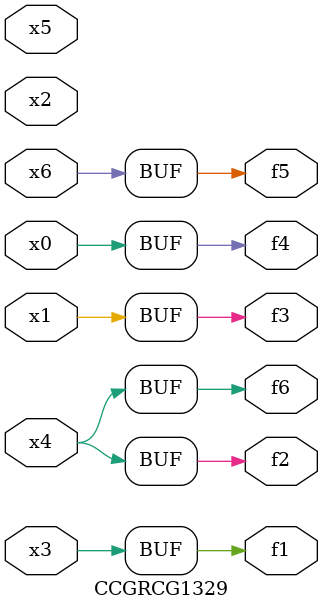
<source format=v>
module CCGRCG1329(
	input x0, x1, x2, x3, x4, x5, x6,
	output f1, f2, f3, f4, f5, f6
);
	assign f1 = x3;
	assign f2 = x4;
	assign f3 = x1;
	assign f4 = x0;
	assign f5 = x6;
	assign f6 = x4;
endmodule

</source>
